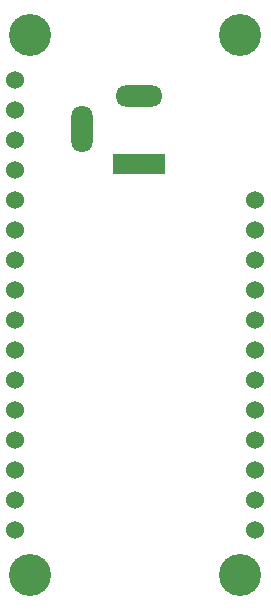
<source format=gbr>
G04 #@! TF.GenerationSoftware,KiCad,Pcbnew,(5.1.9)-1*
G04 #@! TF.CreationDate,2021-02-02T19:43:56-05:00*
G04 #@! TF.ProjectId,feather_multi_oled,66656174-6865-4725-9f6d-756c74695f6f,0.1a*
G04 #@! TF.SameCoordinates,Original*
G04 #@! TF.FileFunction,Soldermask,Bot*
G04 #@! TF.FilePolarity,Negative*
%FSLAX46Y46*%
G04 Gerber Fmt 4.6, Leading zero omitted, Abs format (unit mm)*
G04 Created by KiCad (PCBNEW (5.1.9)-1) date 2021-02-02 19:43:56*
%MOMM*%
%LPD*%
G01*
G04 APERTURE LIST*
%ADD10C,1.524000*%
%ADD11C,3.556000*%
%ADD12O,1.800000X4.000000*%
%ADD13O,4.000000X1.800000*%
%ADD14R,4.400000X1.800000*%
G04 APERTURE END LIST*
D10*
X118560000Y-61610000D03*
X118560000Y-64150000D03*
X118560000Y-66690000D03*
X118560000Y-69230000D03*
X118560000Y-71770000D03*
X118560000Y-74310000D03*
X118560000Y-76850000D03*
X118560000Y-79390000D03*
X118560000Y-81930000D03*
X118560000Y-84470000D03*
X118560000Y-87010000D03*
X118560000Y-89550000D03*
X98240000Y-89550000D03*
X98240000Y-87010000D03*
X98240000Y-84470000D03*
X98240000Y-81930000D03*
X98240000Y-79390000D03*
X98240000Y-76850000D03*
X98240000Y-74310000D03*
X98240000Y-71770000D03*
X98240000Y-69230000D03*
X98240000Y-66690000D03*
X98240000Y-64150000D03*
X98240000Y-61610000D03*
X98240000Y-59070000D03*
X98240000Y-56530000D03*
X98240000Y-53990000D03*
X98240000Y-51450000D03*
D11*
X99510000Y-93360000D03*
X99510000Y-47640000D03*
X117290000Y-93360000D03*
X117290000Y-47640000D03*
D12*
X103900000Y-55525000D03*
D13*
X108700000Y-52725000D03*
D14*
X108700000Y-58525000D03*
M02*

</source>
